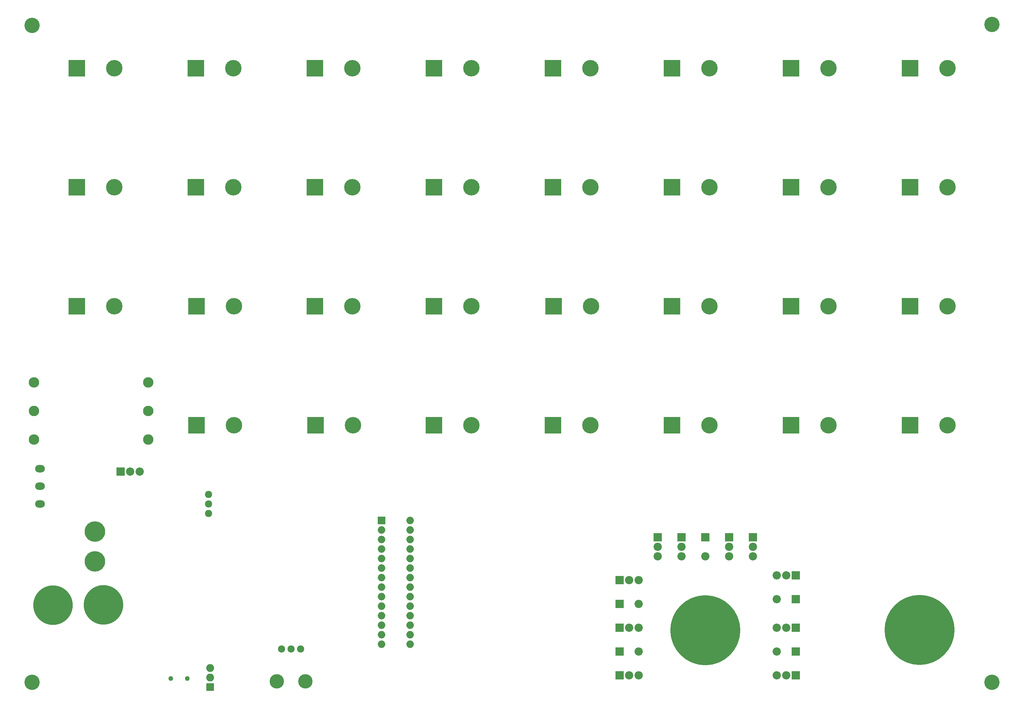
<source format=gbr>
G04 #@! TF.GenerationSoftware,KiCad,Pcbnew,(5.0.0)*
G04 #@! TF.CreationDate,2018-10-03T22:38:32-05:00*
G04 #@! TF.ProjectId,Spot_Welder_Hardware,53706F745F57656C6465725F48617264,rev?*
G04 #@! TF.SameCoordinates,Original*
G04 #@! TF.FileFunction,Soldermask,Bot*
G04 #@! TF.FilePolarity,Negative*
%FSLAX46Y46*%
G04 Gerber Fmt 4.6, Leading zero omitted, Abs format (unit mm)*
G04 Created by KiCad (PCBNEW (5.0.0)) date 10/03/18 22:38:32*
%MOMM*%
%LPD*%
G01*
G04 APERTURE LIST*
%ADD10C,4.083000*%
%ADD11C,18.688000*%
%ADD12R,4.400000X4.400000*%
%ADD13C,4.400000*%
%ADD14C,10.560000*%
%ADD15C,5.480000*%
%ADD16C,3.850000*%
%ADD17C,1.924000*%
%ADD18R,2.200000X2.200000*%
%ADD19O,2.200000X2.200000*%
%ADD20C,1.300000*%
%ADD21R,2.100000X2.100000*%
%ADD22O,2.100000X2.100000*%
%ADD23C,2.800000*%
%ADD24O,2.800000X2.800000*%
%ADD25O,2.600000X2.000000*%
%ADD26R,2.000000X2.000000*%
%ADD27O,2.000000X2.000000*%
G04 APERTURE END LIST*
D10*
G04 #@! TO.C,REF\002A\002A*
X20574000Y-192786000D03*
G04 #@! TD*
G04 #@! TO.C,REF\002A\002A*
X20574000Y-17526000D03*
G04 #@! TD*
G04 #@! TO.C,REF\002A\002A*
X276606000Y-192786000D03*
G04 #@! TD*
D11*
G04 #@! TO.C,REF\002A\002A*
X257302000Y-178816000D03*
G04 #@! TD*
D12*
G04 #@! TO.C,C1*
X223012000Y-60706000D03*
D13*
X233012000Y-60706000D03*
G04 #@! TD*
D12*
G04 #@! TO.C,C2*
X254762000Y-28956000D03*
D13*
X264762000Y-28956000D03*
G04 #@! TD*
D12*
G04 #@! TO.C,C3*
X223012000Y-92456000D03*
D13*
X233012000Y-92456000D03*
G04 #@! TD*
D12*
G04 #@! TO.C,C4*
X191262000Y-124206000D03*
D13*
X201262000Y-124206000D03*
G04 #@! TD*
D12*
G04 #@! TO.C,C5*
X223012000Y-124206000D03*
D13*
X233012000Y-124206000D03*
G04 #@! TD*
D12*
G04 #@! TO.C,C6*
X254762000Y-60706000D03*
D13*
X264762000Y-60706000D03*
G04 #@! TD*
D12*
G04 #@! TO.C,C8*
X254762000Y-92456000D03*
D13*
X264762000Y-92456000D03*
G04 #@! TD*
D12*
G04 #@! TO.C,C9*
X191262000Y-60706000D03*
D13*
X201262000Y-60706000D03*
G04 #@! TD*
D12*
G04 #@! TO.C,C10*
X96012000Y-92456000D03*
D13*
X106012000Y-92456000D03*
G04 #@! TD*
D12*
G04 #@! TO.C,C12*
X96012000Y-60706000D03*
D13*
X106012000Y-60706000D03*
G04 #@! TD*
D12*
G04 #@! TO.C,C13*
X64422000Y-92456000D03*
D13*
X74422000Y-92456000D03*
G04 #@! TD*
D12*
G04 #@! TO.C,C14*
X64262000Y-28956000D03*
D13*
X74262000Y-28956000D03*
G04 #@! TD*
D12*
G04 #@! TO.C,C16*
X64262000Y-60706000D03*
D13*
X74262000Y-60706000D03*
G04 #@! TD*
D12*
G04 #@! TO.C,C17*
X32512000Y-28956000D03*
D13*
X42512000Y-28956000D03*
G04 #@! TD*
D12*
G04 #@! TO.C,C18*
X127762000Y-60706000D03*
D13*
X137762000Y-60706000D03*
G04 #@! TD*
D12*
G04 #@! TO.C,C20*
X32512000Y-60706000D03*
D13*
X42512000Y-60706000D03*
G04 #@! TD*
D12*
G04 #@! TO.C,C21*
X96012000Y-28956000D03*
D13*
X106012000Y-28956000D03*
G04 #@! TD*
D12*
G04 #@! TO.C,C22*
X127762000Y-28956000D03*
D13*
X137762000Y-28956000D03*
G04 #@! TD*
D12*
G04 #@! TO.C,C25*
X159512000Y-28956000D03*
D13*
X169512000Y-28956000D03*
G04 #@! TD*
D12*
G04 #@! TO.C,C26*
X127762000Y-92456000D03*
D13*
X137762000Y-92456000D03*
G04 #@! TD*
D12*
G04 #@! TO.C,C27*
X96172000Y-124206000D03*
D13*
X106172000Y-124206000D03*
G04 #@! TD*
D12*
G04 #@! TO.C,C29*
X32512000Y-92456000D03*
D13*
X42512000Y-92456000D03*
G04 #@! TD*
D12*
G04 #@! TO.C,C30*
X159512000Y-60706000D03*
D13*
X169512000Y-60706000D03*
G04 #@! TD*
D12*
G04 #@! TO.C,C31*
X127762000Y-124206000D03*
D13*
X137762000Y-124206000D03*
G04 #@! TD*
D12*
G04 #@! TO.C,C33*
X191262000Y-28956000D03*
D13*
X201262000Y-28956000D03*
G04 #@! TD*
D12*
G04 #@! TO.C,C34*
X159512000Y-124206000D03*
D13*
X169512000Y-124206000D03*
G04 #@! TD*
D12*
G04 #@! TO.C,C35*
X191262000Y-92456000D03*
D13*
X201262000Y-92456000D03*
G04 #@! TD*
D12*
G04 #@! TO.C,C36*
X223012000Y-28956000D03*
D13*
X233012000Y-28956000D03*
G04 #@! TD*
D12*
G04 #@! TO.C,C37*
X159672000Y-92456000D03*
D13*
X169672000Y-92456000D03*
G04 #@! TD*
D12*
G04 #@! TO.C,C38*
X254762000Y-124206000D03*
D13*
X264762000Y-124206000D03*
G04 #@! TD*
D12*
G04 #@! TO.C,C45*
X64422000Y-124206000D03*
D13*
X74422000Y-124206000D03*
G04 #@! TD*
D14*
G04 #@! TO.C,Conn1*
X39624000Y-172085000D03*
G04 #@! TD*
G04 #@! TO.C,Conn2*
X26162000Y-172212000D03*
G04 #@! TD*
D15*
G04 #@! TO.C,Conn3*
X37363400Y-160529000D03*
X37363400Y-152528000D03*
G04 #@! TD*
D16*
G04 #@! TO.C,Conn4*
X85852000Y-192532000D03*
X93472000Y-192532000D03*
D17*
X87122000Y-183896000D03*
X89662000Y-183896000D03*
X92202000Y-183896000D03*
G04 #@! TD*
D18*
G04 #@! TO.C,D13*
X224282000Y-184531000D03*
D19*
X219202000Y-184531000D03*
G04 #@! TD*
D18*
G04 #@! TO.C,D14*
X224282000Y-170561000D03*
D19*
X219202000Y-170561000D03*
G04 #@! TD*
D18*
G04 #@! TO.C,D15*
X200152000Y-154051000D03*
D19*
X200152000Y-159131000D03*
G04 #@! TD*
D18*
G04 #@! TO.C,D16*
X177292000Y-171831000D03*
D19*
X182372000Y-171831000D03*
G04 #@! TD*
D18*
G04 #@! TO.C,D19*
X177292000Y-184531000D03*
D19*
X182372000Y-184531000D03*
G04 #@! TD*
D20*
G04 #@! TO.C,J1*
X57612000Y-191726000D03*
X62012000Y-191726000D03*
G04 #@! TD*
D21*
G04 #@! TO.C,J2*
X68072000Y-194056000D03*
D22*
X68072000Y-191516000D03*
X68072000Y-188976000D03*
G04 #@! TD*
D18*
G04 #@! TO.C,Q3*
X44196000Y-136525000D03*
D19*
X46736000Y-136525000D03*
X49276000Y-136525000D03*
G04 #@! TD*
D18*
G04 #@! TO.C,Q4*
X224282000Y-178181000D03*
D19*
X221742000Y-178181000D03*
X219202000Y-178181000D03*
G04 #@! TD*
D18*
G04 #@! TO.C,Q5*
X224282000Y-164211000D03*
D19*
X221742000Y-164211000D03*
X219202000Y-164211000D03*
G04 #@! TD*
D18*
G04 #@! TO.C,Q6*
X224282000Y-190881000D03*
D19*
X221742000Y-190881000D03*
X219202000Y-190881000D03*
G04 #@! TD*
D18*
G04 #@! TO.C,Q7*
X212852000Y-154051000D03*
D19*
X212852000Y-156591000D03*
X212852000Y-159131000D03*
G04 #@! TD*
D18*
G04 #@! TO.C,Q8*
X206502000Y-154051000D03*
D19*
X206502000Y-156591000D03*
X206502000Y-159131000D03*
G04 #@! TD*
D18*
G04 #@! TO.C,Q9*
X193802000Y-154051000D03*
D19*
X193802000Y-156591000D03*
X193802000Y-159131000D03*
G04 #@! TD*
D18*
G04 #@! TO.C,Q10*
X187452000Y-154051000D03*
D19*
X187452000Y-156591000D03*
X187452000Y-159131000D03*
G04 #@! TD*
D18*
G04 #@! TO.C,Q11*
X177292000Y-190881000D03*
D19*
X179832000Y-190881000D03*
X182372000Y-190881000D03*
G04 #@! TD*
D18*
G04 #@! TO.C,Q12*
X177292000Y-165481000D03*
D19*
X179832000Y-165481000D03*
X182372000Y-165481000D03*
G04 #@! TD*
D18*
G04 #@! TO.C,Q13*
X177292000Y-178181000D03*
D19*
X179832000Y-178181000D03*
X182372000Y-178181000D03*
G04 #@! TD*
D23*
G04 #@! TO.C,R12*
X51562000Y-128016000D03*
D24*
X21082000Y-128016000D03*
G04 #@! TD*
D23*
G04 #@! TO.C,R13*
X21082000Y-120396000D03*
D24*
X51562000Y-120396000D03*
G04 #@! TD*
D23*
G04 #@! TO.C,R14*
X51562000Y-112776000D03*
D24*
X21082000Y-112776000D03*
G04 #@! TD*
D25*
G04 #@! TO.C,SW2*
X22733000Y-135762000D03*
X22733000Y-140462000D03*
X22733000Y-145162000D03*
G04 #@! TD*
D17*
G04 #@! TO.C,U1*
X67691000Y-142621000D03*
X67691000Y-145161000D03*
X67691000Y-147701000D03*
G04 #@! TD*
D26*
G04 #@! TO.C,U2*
X113792000Y-149606000D03*
D27*
X121412000Y-182626000D03*
X113792000Y-152146000D03*
X121412000Y-180086000D03*
X113792000Y-154686000D03*
X121412000Y-177546000D03*
X113792000Y-157226000D03*
X121412000Y-175006000D03*
X113792000Y-159766000D03*
X121412000Y-172466000D03*
X113792000Y-162306000D03*
X121412000Y-169926000D03*
X113792000Y-164846000D03*
X121412000Y-167386000D03*
X113792000Y-167386000D03*
X121412000Y-164846000D03*
X113792000Y-169926000D03*
X121412000Y-162306000D03*
X113792000Y-172466000D03*
X121412000Y-159766000D03*
X113792000Y-175006000D03*
X121412000Y-157226000D03*
X113792000Y-177546000D03*
X121412000Y-154686000D03*
X113792000Y-180086000D03*
X121412000Y-152146000D03*
X113792000Y-182626000D03*
X121412000Y-149606000D03*
G04 #@! TD*
D10*
G04 #@! TO.C,REF\002A\002A*
X276606000Y-17272000D03*
G04 #@! TD*
D11*
G04 #@! TO.C,REF\002A\002A*
X200152000Y-178841400D03*
G04 #@! TD*
M02*

</source>
